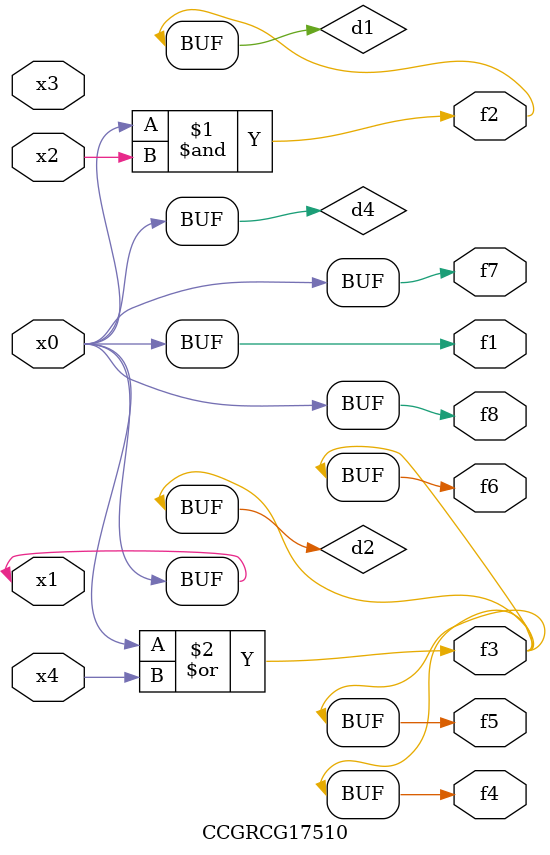
<source format=v>
module CCGRCG17510(
	input x0, x1, x2, x3, x4,
	output f1, f2, f3, f4, f5, f6, f7, f8
);

	wire d1, d2, d3, d4;

	and (d1, x0, x2);
	or (d2, x0, x4);
	nand (d3, x0, x2);
	buf (d4, x0, x1);
	assign f1 = d4;
	assign f2 = d1;
	assign f3 = d2;
	assign f4 = d2;
	assign f5 = d2;
	assign f6 = d2;
	assign f7 = d4;
	assign f8 = d4;
endmodule

</source>
